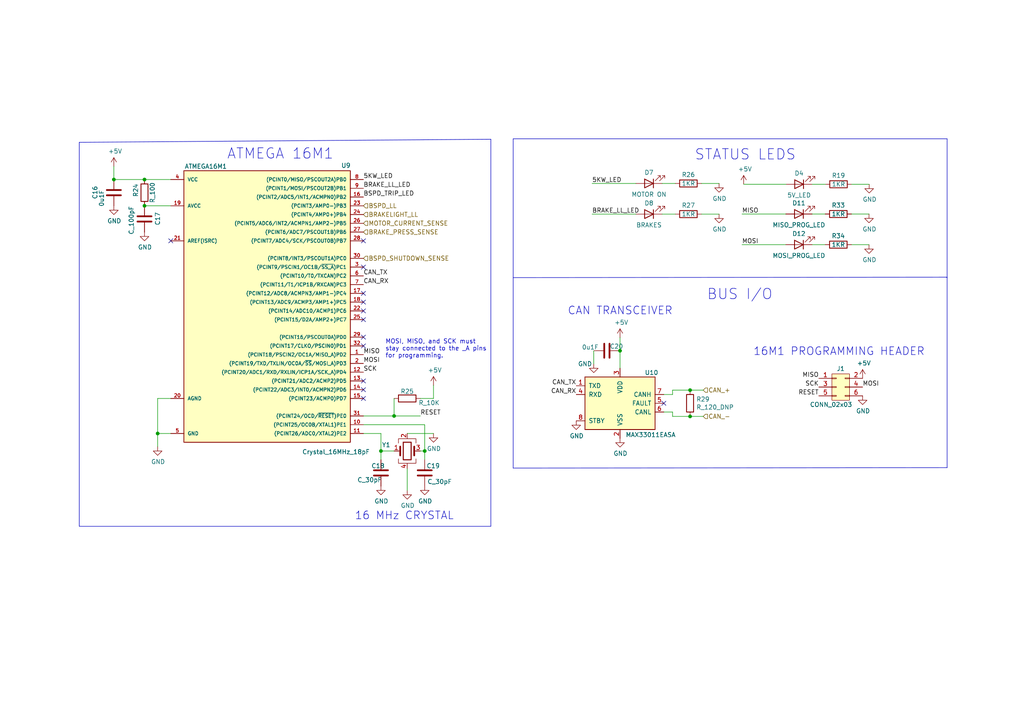
<source format=kicad_sch>
(kicad_sch (version 20230121) (generator eeschema)
  (paper "A4")
  (lib_symbols
    (symbol "OEM:0u1F" (pin_numbers hide) (pin_names (offset 0.254))
      (property "Reference" "C" (at 0.635 2.54 0))
      (property "Value" "0u1F" (at 0.635 -2.54 0))
      (symbol "0u1F_0_1"
        (polyline (pts (xy -2.032 -0.762) (xy 2.032 -0.762)) (stroke (width 0.508)))
        (polyline (pts (xy -2.032 0.762) (xy 2.032 0.762)) (stroke (width 0.508)))
      )
      (symbol "0u1F_1_1"
        (pin passive line (at 0 3.81 270) (length 2.794) (name "~") (number "1"))
        (pin passive line (at 0 -3.81 90) (length 2.794) (name "~") (number "2"))
      )
    )
    (symbol "OEM:100R" (pin_numbers hide) (pin_names (offset 0))
      (property "Reference" "R" (at 2.032 0 90))
      (property "Value" "100R" (at 0 0 90))
      (symbol "100R_0_1"
        (rectangle (start -1.016 -2.54) (end 1.016 2.54) (stroke (width 0.254)))
      )
      (symbol "100R_1_1"
        (pin passive line (at 0 3.81 270) (length 1.27) (name "~") (number "1"))
        (pin passive line (at 0 -3.81 90) (length 1.27) (name "~") (number "2"))
      )
    )
    (symbol "OEM:100pF" (pin_numbers hide) (pin_names (offset 0.254))
      (property "Reference" "C" (at 0.635 2.54 0))
      (property "Value" "100pF" (at 0.635 -2.54 0))
      (symbol "100pF_0_1"
        (polyline (pts (xy -2.032 -0.762) (xy 2.032 -0.762)) (stroke (width 0.508)))
        (polyline (pts (xy -2.032 0.762) (xy 2.032 0.762)) (stroke (width 0.508)))
      )
      (symbol "100pF_1_1"
        (pin passive line (at 0 3.81 270) (length 2.794) (name "~") (number "1"))
        (pin passive line (at 0 -3.81 90) (length 2.794) (name "~") (number "2"))
      )
    )
    (symbol "OEM:10KR" (pin_numbers hide) (pin_names (offset 0))
      (property "Reference" "R" (at 2.032 0 90))
      (property "Value" "10KR" (at 0 0 90))
      (symbol "10KR_0_1"
        (rectangle (start -1.016 -2.54) (end 1.016 2.54) (stroke (width 0.254)))
      )
      (symbol "10KR_1_1"
        (pin passive line (at 0 3.81 270) (length 1.27) (name "~") (number "1"))
        (pin passive line (at 0 -3.81 90) (length 1.27) (name "~") (number "2"))
      )
    )
    (symbol "OEM:120R_DNP" (pin_numbers hide) (pin_names (offset 0))
      (property "Reference" "R" (at 2.032 0 90))
      (property "Value" "120R_DNP" (at 0 0 90))
      (symbol "120R_DNP_0_1"
        (rectangle (start -1.016 -2.54) (end 1.016 2.54) (stroke (width 0.254)))
      )
      (symbol "120R_DNP_1_1"
        (pin passive line (at 0 3.81 270) (length 1.27) (name "~") (number "1"))
        (pin passive line (at 0 -3.81 90) (length 1.27) (name "~") (number "2"))
      )
    )
    (symbol "OEM:1KR" (pin_numbers hide) (pin_names (offset 0))
      (property "Reference" "R" (at 2.032 0 90))
      (property "Value" "1KR" (at 0 0 90))
      (symbol "1KR_0_1"
        (rectangle (start -1.016 -2.54) (end 1.016 2.54) (stroke (width 0.254)))
      )
      (symbol "1KR_1_1"
        (pin passive line (at 0 3.81 270) (length 1.27) (name "~") (number "1"))
        (pin passive line (at 0 -3.81 90) (length 1.27) (name "~") (number "2"))
      )
    )
    (symbol "OEM:30pF" (pin_numbers hide) (pin_names (offset 0.254))
      (property "Reference" "C" (at 0.635 2.54 0))
      (property "Value" "30pF" (at 0.635 -2.54 0))
      (symbol "30pF_0_1"
        (polyline (pts (xy -2.032 -0.762) (xy 2.032 -0.762)) (stroke (width 0.508)))
        (polyline (pts (xy -2.032 0.762) (xy 2.032 0.762)) (stroke (width 0.508)))
      )
      (symbol "30pF_1_1"
        (pin passive line (at 0 3.81 270) (length 2.794) (name "~") (number "1"))
        (pin passive line (at 0 -3.81 90) (length 2.794) (name "~") (number "2"))
      )
    )
    (symbol "OEM:ATMEGA16M1" (pin_names (offset 1.016))
      (property "Reference" "U" (at -24.13 46.482 0))
      (property "Value" "ATMEGA16M1" (at 12.7 -35.56 0))
      (symbol "ATMEGA16M1_0_1"
        (rectangle (start -24.13 45.72) (end 24.13 -33.02) (stroke (width 0.254)) (fill (type background)))
      )
      (symbol "ATMEGA16M1_1_1"
        (pin bidirectional line (at 27.94 -7.62 180) (length 3.81) (name "(PCINT18/PSCIN2/OC1A/MISO_A)PD2") (number "1"))
        (pin bidirectional line (at 27.94 -27.94 180) (length 3.81) (name "(PCINT25/OC0B/XTAL1)PE1") (number "10"))
        (pin bidirectional line (at 27.94 -30.48 180) (length 3.81) (name "(PCINT26/ADC0/XTAL2)PE2") (number "11"))
        (pin bidirectional line (at 27.94 -12.7 180) (length 3.81) (name "(PCINT20/ADC1/RXD/RXLIN/ICP1A/SCK_A)PD4") (number "12"))
        (pin bidirectional line (at 27.94 -15.24 180) (length 3.81) (name "(PCINT21/ADC2/ACMP2)PD5") (number "13"))
        (pin bidirectional line (at 27.94 -17.78 180) (length 3.81) (name "(PCINT22/ADC3/INT0/ACMPN2)PD6") (number "14"))
        (pin bidirectional line (at 27.94 -20.32 180) (length 3.81) (name "(PCINT23/ACMP0)PD7") (number "15"))
        (pin bidirectional line (at 27.94 38.1 180) (length 3.81) (name "(PCINT2/ADC5/INT1/ACMPN0)PB2") (number "16"))
        (pin bidirectional line (at 27.94 10.16 180) (length 3.81) (name "(PCINT12/ADC8/ACMPN3/AMP1-)PC4") (number "17"))
        (pin bidirectional line (at 27.94 7.62 180) (length 3.81) (name "(PCINT13/ADC9/ACMP3/AMP1+)PC5") (number "18"))
        (pin power_in line (at -27.94 35.56 0) (length 3.81) (name "AVCC") (number "19"))
        (pin bidirectional line (at 27.94 -10.16 180) (length 3.81) (name "(PCINT19/TXD/TXLIN/OC0A/~{SS}/MOSI_A)PD3") (number "2"))
        (pin power_in line (at -27.94 -20.32 0) (length 3.81) (name "AGND") (number "20"))
        (pin power_in line (at -27.94 25.4 0) (length 3.81) (name "AREF(ISRC)") (number "21"))
        (pin bidirectional line (at 27.94 5.08 180) (length 3.81) (name "(PCINT14/ADC10/ACMP1)PC6") (number "22"))
        (pin bidirectional line (at 27.94 35.56 180) (length 3.81) (name "(PCINT3/AMP0-)PB3") (number "23"))
        (pin bidirectional line (at 27.94 33.02 180) (length 3.81) (name "(PCINT4/AMP0+)PB4") (number "24"))
        (pin bidirectional line (at 27.94 2.54 180) (length 3.81) (name "(PCINT15/D2A/AMP2+)PC7") (number "25"))
        (pin bidirectional line (at 27.94 30.48 180) (length 3.81) (name "(PCINT5/ADC6/INT2/ACMPN1/AMP2-)PB5") (number "26"))
        (pin bidirectional line (at 27.94 27.94 180) (length 3.81) (name "(PCINT6/ADC7/PSCOUT1B)PB6") (number "27"))
        (pin bidirectional line (at 27.94 25.4 180) (length 3.81) (name "(PCINT7/ADC4/SCK/PSCOUT0B)PB7") (number "28"))
        (pin bidirectional line (at 27.94 -2.54 180) (length 3.81) (name "(PCINT16/PSCOUT0A)PD0") (number "29"))
        (pin bidirectional line (at 27.94 17.78 180) (length 3.81) (name "(PCINT9/PSCIN1/OC1B/~{SS_A})PC1") (number "3"))
        (pin bidirectional line (at 27.94 20.32 180) (length 3.81) (name "(PCINT8/INT3/PSCOUT1A)PC0") (number "30"))
        (pin bidirectional line (at 27.94 -25.4 180) (length 3.81) (name "(PCINT24/OCD/~{RESET})PE0") (number "31"))
        (pin bidirectional line (at 27.94 -5.08 180) (length 3.81) (name "(PCINT17/CLKO/PSCIN0)PD1") (number "32"))
        (pin power_in line (at -27.94 43.18 0) (length 3.81) (name "VCC") (number "4"))
        (pin power_in line (at -27.94 -30.48 0) (length 3.81) (name "GND") (number "5"))
        (pin bidirectional line (at 27.94 15.24 180) (length 3.81) (name "(PCINT10/T0/TXCAN)PC2") (number "6"))
        (pin bidirectional line (at 27.94 12.7 180) (length 3.81) (name "(PCINT11/T1/ICP1B/RXCAN)PC3") (number "7"))
        (pin bidirectional line (at 27.94 43.18 180) (length 3.81) (name "(PCINT0/MISO/PSCOUT2A)PB0") (number "8"))
        (pin bidirectional line (at 27.94 40.64 180) (length 3.81) (name "(PCINT1/MOSI/PSCOUT2B)PB1") (number "9"))
      )
    )
    (symbol "OEM:CONN_02x03" (pin_names (offset 0.0254) hide)
      (property "Reference" "J" (at 0 5.08 0))
      (property "Value" "CONN_02x03" (at 0 -5.08 0))
      (symbol "CONN_02x03_0_1"
        (rectangle (start -2.54 -2.413) (end -1.27 -2.667))
        (rectangle (start -2.54 0.127) (end -1.27 -0.127))
        (rectangle (start -2.54 2.667) (end -1.27 2.413))
        (rectangle (start -2.54 3.81) (end 2.54 -3.81) (fill (type background)))
        (rectangle (start 1.27 -2.413) (end 2.54 -2.667))
        (rectangle (start 1.27 0.127) (end 2.54 -0.127))
        (rectangle (start 1.27 2.667) (end 2.54 2.413))
      )
      (symbol "CONN_02x03_1_1"
        (pin passive line (at -6.35 2.54 0) (length 3.81) (name "P1") (number "1"))
        (pin passive line (at 6.35 2.54 180) (length 3.81) (name "P2") (number "2"))
        (pin passive line (at -6.35 0 0) (length 3.81) (name "P3") (number "3"))
        (pin passive line (at 6.35 0 180) (length 3.81) (name "P4") (number "4"))
        (pin passive line (at -6.35 -2.54 0) (length 3.81) (name "P5") (number "5"))
        (pin passive line (at 6.35 -2.54 180) (length 3.81) (name "P6") (number "6"))
      )
    )
    (symbol "OEM:Crystal_16MHz_18pF" (pin_names (offset 1.016) hide)
      (property "Reference" "Y" (at 3.175 5.08 0))
      (property "Value" "Crystal_16MHz_18pF" (at 3.175 3.175 0))
      (symbol "Crystal_16MHz_18pF_0_1"
        (rectangle (start -1.143 2.54) (end 1.143 -2.54) (stroke (width 0.3048)))
        (polyline (pts (xy -2.54 0) (xy -2.032 0)))
        (polyline (pts (xy -2.032 -1.27) (xy -2.032 1.27)) (stroke (width 0.508)))
        (polyline (pts (xy 0 -3.81) (xy 0 -3.556)))
        (polyline (pts (xy 0 3.556) (xy 0 3.81)))
        (polyline (pts (xy 2.032 -1.27) (xy 2.032 1.27)) (stroke (width 0.508)))
        (polyline (pts (xy 2.032 0) (xy 2.54 0)))
        (polyline (pts (xy -2.54 -2.286) (xy -2.54 -3.556) (xy 2.54 -3.556) (xy 2.54 -2.286)))
        (polyline (pts (xy -2.54 2.286) (xy -2.54 3.556) (xy 2.54 3.556) (xy 2.54 2.286)))
      )
      (symbol "Crystal_16MHz_18pF_1_1"
        (pin passive line (at -3.81 0 0) (length 1.27) (name "1") (number "1"))
        (pin passive line (at 0 5.08 270) (length 1.27) (name "2") (number "2"))
        (pin passive line (at 3.81 0 180) (length 1.27) (name "3") (number "3"))
        (pin passive line (at 0 -5.08 90) (length 1.27) (name "4") (number "4"))
      )
    )
    (symbol "OEM:LED_WHITE" (pin_numbers hide) (pin_names (offset 1.016) hide)
      (property "Reference" "D" (at 0 2.54 0))
      (property "Value" "LED_WHITE" (at 0 -2.54 0))
      (symbol "LED_WHITE_0_1"
        (polyline (pts (xy -1.27 -1.27) (xy -1.27 1.27)) (stroke (width 0.254)))
        (polyline (pts (xy -1.27 0) (xy 1.27 0)))
        (polyline (pts (xy 1.27 -1.27) (xy 1.27 1.27) (xy -1.27 0) (xy 1.27 -1.27)) (stroke (width 0.254)))
        (polyline (pts (xy -3.048 -0.762) (xy -4.572 -2.286) (xy -3.81 -2.286) (xy -4.572 -2.286) (xy -4.572 -1.524)))
        (polyline (pts (xy -1.778 -0.762) (xy -3.302 -2.286) (xy -2.54 -2.286) (xy -3.302 -2.286) (xy -3.302 -1.524)))
      )
      (symbol "LED_WHITE_1_1"
        (pin passive line (at -3.81 0 0) (length 2.54) (name "K") (number "1"))
        (pin passive line (at 3.81 0 180) (length 2.54) (name "A") (number "2"))
      )
    )
    (symbol "OEM:MAX33011EASA" (pin_names (offset 1.016))
      (property "Reference" "U" (at -10.16 8.89 0))
      (property "Value" "MAX33011EASA" (at 2.54 8.89 0))
      (symbol "MAX33011EASA_0_1"
        (rectangle (start -10.16 7.62) (end 10.16 -7.62) (stroke (width 0.254)) (fill (type background)))
      )
      (symbol "MAX33011EASA_1_1"
        (pin input line (at -12.7 5.08 0) (length 2.54) (name "TXD") (number "1"))
        (pin power_in line (at 0 -10.16 90) (length 2.54) (name "VSS") (number "2"))
        (pin power_in line (at 0 10.16 270) (length 2.54) (name "VDD") (number "3"))
        (pin output line (at -12.7 2.54 0) (length 2.54) (name "RXD") (number "4"))
        (pin passive line (at 12.7 0 180) (length 2.54) (name "FAULT") (number "5"))
        (pin bidirectional line (at 12.7 -2.54 180) (length 2.54) (name "CANL") (number "6"))
        (pin bidirectional line (at 12.7 2.54 180) (length 2.54) (name "CANH") (number "7"))
        (pin input line (at -12.7 -5.08 0) (length 2.54) (name "STBY") (number "8"))
      )
    )
    (symbol "power:+5V" (power) (pin_names (offset 0))
      (property "Value" "+5V" (at 0 3.556 0))
      (symbol "+5V_0_1"
        (polyline (pts (xy -0.762 1.27) (xy 0 2.54)))
        (polyline (pts (xy 0 0) (xy 0 2.54)))
        (polyline (pts (xy 0 2.54) (xy 0.762 1.27)))
      )
      (symbol "+5V_1_1"
        (pin power_in line (at 0 0 90) (length 0) hide (name "+5V") (number "1"))
      )
    )
    (symbol "power:GND" (power) (pin_names (offset 0))
      (property "Value" "GND" (at 0 -3.81 0))
      (symbol "GND_0_1"
        (polyline (pts (xy 0 0) (xy 0 -1.27) (xy 1.27 -1.27) (xy 0 -2.54) (xy -1.27 -1.27) (xy 0 -1.27)))
      )
      (symbol "GND_1_1"
        (pin power_in line (at 0 0 270) (length 0) hide (name "GND") (number "1"))
      )
    )
  )
  (junction (at 123.19 130.81))
  (junction (at 200.152 113.157))
  (junction (at 41.91 52.07))
  (junction (at 200.152 120.777))
  (junction (at 179.832 101.727))
  (junction (at 114.3 120.65))
  (junction (at 33.02 52.07))
  (junction (at 45.72 125.73))
  (junction (at 41.91 59.69))
  (junction (at 110.49 130.81))
  (no_connect (at 105.41 87.63))
  (no_connect (at 105.41 110.49))
  (no_connect (at 105.41 77.47))
  (no_connect (at 105.41 113.03))
  (no_connect (at 49.53 69.85))
  (no_connect (at 105.41 85.09))
  (no_connect (at 105.41 92.71))
  (no_connect (at 192.532 116.967))
  (no_connect (at 105.41 97.79))
  (no_connect (at 105.41 115.57))
  (no_connect (at 105.41 90.17))
  (no_connect (at 105.41 69.85))
  (no_connect (at 105.41 100.33))
  (wire (pts (xy 246.9642 62.0776) (xy 252.0442 62.0776)))
  (polyline (pts (xy 22.987 41.275) (xy 142.367 40.386)))
  (wire (pts (xy 246.9642 70.9676) (xy 252.0442 70.9676)))
  (wire (pts (xy 110.49 125.73) (xy 110.49 130.81)))
  (wire (pts (xy 171.7294 62.103) (xy 184.4294 62.103)))
  (wire (pts (xy 114.3 120.65) (xy 121.92 120.65)))
  (wire (pts (xy 33.02 52.07) (xy 41.91 52.07)))
  (wire (pts (xy 215.2142 70.9676) (xy 227.9142 70.9676)))
  (polyline (pts (xy 148.844 80.518) (xy 148.844 135.763)))
  (wire (pts (xy 247.015 53.4416) (xy 252.095 53.4416)))
  (polyline (pts (xy 148.844 40.259) (xy 274.701 40.259)))
  (wire (pts (xy 195.072 120.777) (xy 200.152 120.777)))
  (wire (pts (xy 171.7294 53.213) (xy 184.4294 53.213)))
  (wire (pts (xy 118.11 135.89) (xy 118.11 142.24)))
  (wire (pts (xy 110.49 130.81) (xy 110.49 133.35)))
  (wire (pts (xy 215.2142 62.0776) (xy 227.9142 62.0776)))
  (wire (pts (xy 215.6968 53.4416) (xy 227.965 53.4416)))
  (polyline (pts (xy 274.701 40.259) (xy 274.701 80.391)))
  (polyline (pts (xy 274.701 135.636) (xy 274.701 80.518)))
  (polyline (pts (xy 148.844 135.763) (xy 274.701 135.636)))
  (wire (pts (xy 45.72 129.54) (xy 45.72 125.73)))
  (wire (pts (xy 114.3 120.65) (xy 114.3 115.57)))
  (wire (pts (xy 121.92 115.57) (xy 125.73 115.57)))
  (wire (pts (xy 118.11 125.73) (xy 125.73 125.73)))
  (wire (pts (xy 105.41 120.65) (xy 114.3 120.65)))
  (polyline (pts (xy 142.367 40.386) (xy 142.367 152.654)))
  (wire (pts (xy 195.072 119.507) (xy 195.072 120.777)))
  (wire (pts (xy 235.5342 70.9676) (xy 239.3442 70.9676)))
  (wire (pts (xy 200.152 120.777) (xy 203.962 120.777)))
  (wire (pts (xy 235.5342 62.0776) (xy 239.3442 62.0776)))
  (wire (pts (xy 192.0494 62.103) (xy 195.8594 62.103)))
  (wire (pts (xy 49.53 125.73) (xy 45.72 125.73)))
  (wire (pts (xy 179.832 106.807) (xy 179.832 101.727)))
  (wire (pts (xy 121.92 130.81) (xy 123.19 130.81)))
  (wire (pts (xy 105.41 125.73) (xy 110.49 125.73)))
  (polyline (pts (xy 274.574 80.518) (xy 274.701 80.518)))
  (wire (pts (xy 41.91 52.07) (xy 49.53 52.07)))
  (wire (pts (xy 179.832 101.727) (xy 179.832 97.917)))
  (wire (pts (xy 195.072 113.157) (xy 200.152 113.157)))
  (wire (pts (xy 200.152 113.157) (xy 203.962 113.157)))
  (polyline (pts (xy 142.367 152.654) (xy 22.987 152.654)))
  (wire (pts (xy 123.19 123.19) (xy 123.19 130.81)))
  (wire (pts (xy 110.49 130.81) (xy 114.3 130.81)))
  (wire (pts (xy 192.532 119.507) (xy 195.072 119.507)))
  (wire (pts (xy 105.41 123.19) (xy 123.19 123.19)))
  (wire (pts (xy 125.73 115.57) (xy 125.73 111.76)))
  (wire (pts (xy 123.19 130.81) (xy 123.19 133.35)))
  (wire (pts (xy 45.72 125.73) (xy 45.72 115.57)))
  (wire (pts (xy 49.53 59.69) (xy 41.91 59.69)))
  (wire (pts (xy 195.072 114.427) (xy 195.072 113.157)))
  (wire (pts (xy 203.4794 53.213) (xy 208.5594 53.213)))
  (wire (pts (xy 192.532 114.427) (xy 195.072 114.427)))
  (wire (pts (xy 172.212 101.727) (xy 172.212 105.537)))
  (wire (pts (xy 33.02 48.26) (xy 33.02 52.07)))
  (polyline (pts (xy 148.844 80.518) (xy 148.844 40.259)))
  (polyline (pts (xy 22.987 41.275) (xy 22.987 152.654)))
  (wire (pts (xy 45.72 115.57) (xy 49.53 115.57)))
  (wire (pts (xy 192.0494 53.213) (xy 195.8594 53.213)))
  (polyline (pts (xy 274.701 80.391) (xy 148.844 80.518)))
  (wire (pts (xy 235.585 53.4416) (xy 239.395 53.4416)))
  (wire (pts (xy 203.4794 62.103) (xy 208.5594 62.103)))
  (text "16M1 PROGRAMMING HEADER\n" (at 218.44 103.378 0) (effects (font (size 2.2606 2.2606)) (justify left bottom)))
  (text "16 MHz CRYSTAL\n" (at 102.87 151.003 0) (effects (font (size 2.2606 2.2606)) (justify left bottom)))
  (text "BUS I/O" (at 204.978 87.249 0) (effects (font (size 3 3)) (justify left bottom)))
  (text "CAN TRANSCEIVER\n" (at 164.592 91.567 0) (effects (font (size 2.2606 2.2606)) (justify left bottom)))
  (text "ATMEGA 16M1\n" (at 65.786 46.482 0) (effects (font (size 3 3)) (justify left bottom)))
  (text "STATUS LEDS" (at 201.422 46.736 0) (effects (font (size 3 3)) (justify left bottom)))
  (text "MOSI, MISO, and SCK must\nstay connected to the _A pins\nfor programming." (at 111.76 104.013 0) (effects (font (size 1.27 1.27)) (justify left bottom)))
  (label "MOSI" (at 250.19 112.268 0))
  (label "5KW_LED" (at 171.7294 53.213 0))
  (label "RESET" (at 237.49 114.808 180))
  (label "MISO" (at 237.49 109.728 180))
  (label "BSPD_TRIP_LED" (at 105.41 57.15 0))
  (label "MISO" (at 215.2142 62.0776 0))
  (label "MISO" (at 105.41 102.87 0))
  (label "CAN_RX" (at 105.41 82.55 0))
  (label "CAN_TX" (at 105.41 80.01 0))
  (label "CAN_TX" (at 167.132 111.887 180))
  (label "BRAKE_LL_LED" (at 105.41 54.61 0))
  (label "RESET" (at 121.92 120.65 0))
  (label "SCK" (at 105.41 107.95 0))
  (label "CAN_RX" (at 167.132 114.427 180))
  (label "SCK" (at 237.49 112.268 180))
  (label "MOSI" (at 215.2142 70.9676 0))
  (label "BRAKE_LL_LED" (at 171.7294 62.103 0))
  (label "MOSI" (at 105.41 105.41 0))
  (label "5KW_LED" (at 105.41 52.07 0))
  (hierarchical_label "CAN_+" (shape input) (at 203.962 113.157 0))
  (hierarchical_label "CAN_-" (shape input) (at 203.962 120.777 0))
  (hierarchical_label "BRAKE_PRESS_SENSE" (shape input) (at 105.41 67.31 0))
  (hierarchical_label "MOTOR_CURRENT_SENSE" (shape input) (at 105.41 64.77 0))
  (hierarchical_label "BRAKELIGHT_LL" (shape input) (at 105.41 62.23 0))
  (hierarchical_label "BSPD_SHUTDOWN_SENSE" (shape input) (at 105.41 74.93 0))
  (hierarchical_label "BSPD_LL" (shape input) (at 105.41 59.69 0))
  (symbol (lib_id "power:GND") (at 33.02 59.69 0) (unit 1)
    (property "Reference" "#PWR?" (effects hide))
    (property "Value" "GND" (at 33.147 64.0842 0))
  )
  (symbol (lib_id "OEM:LED_WHITE") (at 231.7242 70.9676 180) (unit 1)
    (property "Reference" "D12" (at 231.7242 67.7926 0))
    (property "Value" "MOSI_PROG_LED" (at 231.7242 74.1426 0))
    (property "Footprint" "OEM:CHIPLED_0805" (effects hide))
    (property "Datasheet" "${OEM_DIR}/parts/datasheets/harvatek_B1701TW--20P000314U1930.pdf" (effects hide))
    (property "MFN" "Harvatek" (effects hide))
    (property "MPN" "B1701TW--20P000314U1930" (effects hide))
    (property "DKPN" "3147-B1701TW--20P000314U1930DKR-ND" (effects hide))
    (property "Package" "0805" (effects hide))
    (property "NewDesigns" "Yes" (effects hide))
    (property "Stocked" "Digi-Reel" (effects hide))
    (property "Style" "SMD" (effects hide))
  )
  (symbol (lib_id "power:GND") (at 110.49 140.97 0) (unit 1)
    (property "Reference" "#PWR?" (effects hide))
    (property "Value" "GND" (at 110.617 145.3642 0))
  )
  (symbol (lib_id "OEM:100pF") (at 41.91 63.5 0) (unit 1)
    (property "Reference" "C17" (at 45.72 65.405 90) (effects (justify left)))
    (property "Value" "C_100pF" (at 38.1 68.072 90) (effects (justify left)))
    (property "Footprint" "OEM:C_0603" (effects hide))
    (property "MFN" "Walsin Technology" (effects hide))
    (property "MPN" "0603N101F101CT" (effects hide))
    (property "DKPN" "1292-1472-6-ND" (effects hide))
    (property "NewDesigns" "YES" (effects hide))
    (property "Stocked" "Digi-Reel" (effects hide))
    (property "Package" "0603" (effects hide))
    (property "Style" "SMD" (effects hide))
  )
  (symbol (lib_id "OEM:CONN_02x03") (at 243.84 112.268 0) (unit 1)
    (property "Reference" "J1" (at 243.84 106.934 0))
    (property "Value" "CONN_02x03" (at 241.046 117.348 0))
    (property "Footprint" "footprints:Pin_Header_Straight_2x03" (effects hide))
    (property "Datasheet" "http://portal.fciconnect.com/Comergent//fci/drawing/67996.pdf" (effects hide))
    (property "MFN" "Ampehnol ICC" (effects hide))
    (property "MPN" "10129381-906002BLF" (effects hide))
    (property "DKPN" "10129381-906002BLF-ND" (effects hide))
    (property "NewDesigns" "YES" (effects hide))
    (property "Stocked" "Bulk" (effects hide))
    (property "Package" ".1\" pin header" (effects hide))
    (property "Style" "THT" (effects hide))
  )
  (symbol (lib_id "power:GND") (at 208.5594 53.213 0) (unit 1)
    (property "Reference" "#PWR?" (effects hide))
    (property "Value" "GND" (at 208.6864 57.6072 0))
  )
  (symbol (lib_id "OEM:LED_WHITE") (at 188.2394 62.103 180) (unit 1)
    (property "Reference" "D8" (at 188.2394 58.928 0))
    (property "Value" "BRAKES" (at 188.2394 65.278 0))
    (property "Footprint" "OEM:CHIPLED_0805" (effects hide))
    (property "Datasheet" "${OEM_DIR}/parts/datasheets/harvatek_B1701TW--20P000314U1930.pdf" (effects hide))
    (property "MFN" "Harvatek" (effects hide))
    (property "MPN" "B1701TW--20P000314U1930" (effects hide))
    (property "DKPN" "3147-B1701TW--20P000314U1930DKR-ND" (effects hide))
    (property "Package" "0805" (effects hide))
    (property "NewDesigns" "Yes" (effects hide))
    (property "Stocked" "Digi-Reel" (effects hide))
    (property "Style" "SMD" (effects hide))
  )
  (symbol (lib_id "OEM:MAX33011EASA") (at 179.832 116.967 0) (unit 1)
    (property "Reference" "U10" (at 188.976 108.077 0))
    (property "Value" "MAX33011EASA" (at 188.722 126.111 0))
    (property "Footprint" "footprints:SOIC-8_3.9x4.9mm_Pitch1.27mm_OEM" (effects hide))
    (property "MPN" "MAX33011EASA+" (effects hide))
    (property "MF" "Analog Devices (Maxim Integrated)" (effects hide))
    (property "DKPN" "175-MAX33011EASA+-ND" (effects hide))
    (property "NewDesigns" "YES" (effects hide))
    (property "Stocked" "Tape" (effects hide))
    (property "Package" "8-SOIC" (effects hide))
    (property "Style" "SMD" (effects hide))
    (property "AlternatePN" "MCP2561" (effects hide))
    (property "AlternatePN2" "TCAN1051HVD" (effects hide))
  )
  (symbol (lib_id "power:GND") (at 167.132 122.047 0) (unit 1)
    (property "Reference" "#PWR?" (effects hide))
    (property "Value" "GND" (at 167.259 126.4412 0))
  )
  (symbol (lib_id "OEM:ATMEGA16M1") (at 77.47 95.25 0) (unit 1)
    (property "Reference" "U9" (at 100.33 48.006 0))
    (property "Value" "ATMEGA16M1" (at 59.69 48.26 0))
    (property "Footprint" "footprints:TQFP-32_7x7mm_Pitch0.8mm" (effects hide))
    (property "MFN" "Microchip" (effects hide))
    (property "MPN" "ATMEGA16M1-AU" (effects hide))
    (property "DKPN" "SAMPLE" (effects hide))
    (property "NewDesigns" "YES" (effects hide))
    (property "Stocked" "No" (effects hide))
    (property "Package" "32-TQFP" (effects hide))
    (property "Style" "SMD" (effects hide))
  )
  (symbol (lib_id "OEM:0u1F") (at 176.022 101.727 270) (unit 1)
    (property "Reference" "C20" (at 178.816 100.457 90))
    (property "Value" "0u1F" (at 171.196 100.711 90))
    (property "Footprint" "OEM:C_0603" (effects hide))
    (property "Datasheet" "${OEM_DIR}/parts/datasheets/samsung_CL10B104KB8NNWC.pdf" (effects hide))
    (property "MFN" "Samsung Electro-Mechanics" (effects hide))
    (property "MPN" "CL10B104KB8NNWC" (effects hide))
    (property "DKPN" "1276-1935-2-ND" (effects hide))
    (property "Package" "0603" (effects hide))
    (property "Stocked" "Reel" (effects hide))
    (property "NewDesigns" "YES" (effects hide))
    (property "Style" "SMD" (effects hide))
  )
  (symbol (lib_id "power:+5V") (at 33.02 48.26 0) (unit 1)
    (property "Reference" "#PWR?" (effects hide))
    (property "Value" "+5V" (at 33.401 43.8658 0))
  )
  (symbol (lib_id "OEM:30pF") (at 123.19 137.16 0) (unit 1)
    (property "Reference" "C19" (at 123.698 135.128 0) (effects (justify left)))
    (property "Value" "C_30pF" (at 123.952 139.7 0) (effects (justify left)))
    (property "Footprint" "OEM:C_0603" (effects hide))
    (property "Datasheet" "https://www.seielect.com/Catalog/SEI-CML.PDF" (effects hide))
    (property "MFN" "Stackpole Electronics" (effects hide))
    (property "MPN" "CML0603C0G300JT50V" (effects hide))
    (property "DKPN" "738-CML0603C0G300JT50VDKR-ND" (effects hide))
    (property "NewDesigns" "YES" (effects hide))
    (property "Stocked" "Digi-Reel" (effects hide))
    (property "Package" "0603" (effects hide))
    (property "Style" "SMD" (effects hide))
  )
  (symbol (lib_id "OEM:0u1F") (at 33.02 55.88 0) (unit 1)
    (property "Reference" "C16" (at 27.559 57.785 90) (effects (justify left)))
    (property "Value" "0u1F" (at 29.464 59.944 90) (effects (justify left)))
    (property "Footprint" "OEM:C_0603" (effects hide))
    (property "Datasheet" "${OEM_DIR}/parts/datasheets/samsung_CL10B104KB8NNWC.pdf" (effects hide))
    (property "MFN" "Samsung Electro-Mechanics" (effects hide))
    (property "MPN" "CL10B104KB8NNWC" (effects hide))
    (property "DKPN" "1276-1935-2-ND" (effects hide))
    (property "Package" "0603" (effects hide))
    (property "Stocked" "Reel" (effects hide))
    (property "NewDesigns" "YES" (effects hide))
    (property "Style" "SMD" (effects hide))
  )
  (symbol (lib_id "power:GND") (at 118.11 142.24 0) (unit 1)
    (property "Reference" "#PWR?" (effects hide))
    (property "Value" "GND" (at 118.237 146.6342 0))
  )
  (symbol (lib_id "OEM:120R_DNP") (at 200.152 116.967 0) (unit 1)
    (property "Reference" "R29" (at 201.93 115.7986 0) (effects (justify left)))
    (property "Value" "R_120_DNP" (at 201.93 118.11 0) (effects (justify left)))
    (property "Footprint" "OEM:R_0603" (effects hide))
    (property "Datasheet" "https://www.yageo.com/upload/media/product/productsearch/datasheet/rchip/PYu-RC_Group_51_RoHS_L_12.pdf" (effects hide))
    (property "MFN" "Yageo" (effects hide))
    (property "MPN" "RC0603FR-13120RL" (effects hide))
    (property "DKPN" "13-RC0603FR-13120RLDKR-ND" (effects hide))
    (property "Package" "0603" (effects hide))
    (property "NewDesigns" "YES" (effects hide))
    (property "Stocked" "Digi-Reel" (effects hide))
    (property "Style" "SMD" (effects hide))
  )
  (symbol (lib_id "OEM:LED_WHITE") (at 231.775 53.4416 180) (unit 1)
    (property "Reference" "D4" (at 231.775 50.2666 0))
    (property "Value" "5V_LED" (at 231.775 56.6166 0))
    (property "Footprint" "OEM:CHIPLED_0805" (effects hide))
    (property "Datasheet" "${OEM_DIR}/parts/datasheets/harvatek_B1701TW--20P000314U1930.pdf" (effects hide))
    (property "MFN" "Harvatek" (effects hide))
    (property "MPN" "B1701TW--20P000314U1930" (effects hide))
    (property "DKPN" "3147-B1701TW--20P000314U1930DKR-ND" (effects hide))
    (property "Package" "0805" (effects hide))
    (property "NewDesigns" "Yes" (effects hide))
    (property "Stocked" "Digi-Reel" (effects hide))
    (property "Style" "SMD" (effects hide))
  )
  (symbol (lib_id "power:GND") (at 45.72 129.54 0) (unit 1)
    (property "Reference" "#PWR?" (effects hide))
    (property "Value" "GND" (at 45.847 133.9342 0))
  )
  (symbol (lib_id "power:GND") (at 252.095 53.4416 0) (unit 1)
    (property "Reference" "#PWR?" (effects hide))
    (property "Value" "GND" (at 252.222 57.8358 0))
  )
  (symbol (lib_id "power:GND") (at 250.19 114.808 0) (unit 1)
    (property "Reference" "#PWR?" (effects hide))
    (property "Value" "GND" (at 250.317 119.2022 0))
  )
  (symbol (lib_id "OEM:LED_WHITE") (at 231.7242 62.0776 180) (unit 1)
    (property "Reference" "D11" (at 231.7242 58.9026 0))
    (property "Value" "MISO_PROG_LED" (at 231.7242 65.2526 0))
    (property "Footprint" "OEM:CHIPLED_0805" (effects hide))
    (property "Datasheet" "${OEM_DIR}/parts/datasheets/harvatek_B1701TW--20P000314U1930.pdf" (effects hide))
    (property "MFN" "Harvatek" (effects hide))
    (property "MPN" "B1701TW--20P000314U1930" (effects hide))
    (property "DKPN" "3147-B1701TW--20P000314U1930DKR-ND" (effects hide))
    (property "Package" "0805" (effects hide))
    (property "NewDesigns" "Yes" (effects hide))
    (property "Stocked" "Digi-Reel" (effects hide))
    (property "Style" "SMD" (effects hide))
  )
  (symbol (lib_id "power:+5V") (at 250.19 109.728 0) (unit 1)
    (property "Reference" "#PWR?" (effects hide))
    (property "Value" "+5V" (at 250.571 105.3338 0))
  )
  (symbol (lib_id "OEM:1KR") (at 243.205 53.4416 90) (unit 1)
    (property "Reference" "R19" (at 243.205 50.9016 90))
    (property "Value" "1KR" (at 243.205 53.4416 90))
    (property "Footprint" "OEM:R_0603" (effects hide))
    (property "Datasheet" "${OEM_DIR}/parts/datasheets/stackpole_RMCF_RMCP.pdf" (effects hide))
    (property "MFN" "Stackpole Electronics" (effects hide))
    (property "MPN" "RMCF0603FT1K00" (effects hide))
    (property "DKPN" "RMCF0603FT1K00TR-ND" (effects hide))
    (property "NewDesigns" "YES" (effects hide))
    (property "Stocked" "Reel" (effects hide))
    (property "Package" "0603" (effects hide))
    (property "Style" "SMD" (effects hide))
  )
  (symbol (lib_id "power:GND") (at 252.0442 62.0776 0) (unit 1)
    (property "Reference" "#PWR?" (effects hide))
    (property "Value" "GND" (at 252.1712 66.4718 0))
  )
  (symbol (lib_id "OEM:100R") (at 41.91 55.88 0) (unit 1)
    (property "Reference" "R24" (at 39.37 57.15 90) (effects (justify left)))
    (property "Value" "R_100" (at 44.196 58.928 90) (effects (justify left)))
    (property "Footprint" "OEM:R_0603" (effects hide))
    (property "Datasheet" "${OEM_DIR}/parts/datasheets/stackpole_RMCF_RMCP.pdf" (effects hide))
    (property "MFN" "Stackpole Electronics" (effects hide))
    (property "MPN" "RMCF0603FT100R" (effects hide))
    (property "DKPN" "RMCF0603FT100RTR-ND" (effects hide))
    (property "NewDesigns" "YES" (effects hide))
    (property "Stocked" "Reel" (effects hide))
    (property "Package" "0603" (effects hide))
    (property "Style" "SMD" (effects hide))
  )
  (symbol (lib_id "OEM:10KR") (at 118.11 115.57 270) (unit 1)
    (property "Reference" "R25" (at 118.11 113.538 90))
    (property "Value" "R_10K" (at 124.46 116.84 90))
    (property "Footprint" "OEM:R_0603" (effects hide))
    (property "Datasheet" "${OEM_DIR}/parts/datasheets/stackpole_RMCF_RMCP.pdf" (effects hide))
    (property "MFN" "Stackpole Electronics" (effects hide))
    (property "MPN" "RMCF0603FT10K0" (effects hide))
    (property "DKPN" "RMCF0603FT10K0TR-ND" (effects hide))
    (property "Package" "0603" (effects hide))
    (property "NewDesigns" "YES" (effects hide))
    (property "Stocked" "Reel" (effects hide))
    (property "Style" "SMD" (effects hide))
  )
  (symbol (lib_id "power:GND") (at 252.0442 70.9676 0) (unit 1)
    (property "Reference" "#PWR?" (effects hide))
    (property "Value" "GND" (at 252.1712 75.3618 0))
  )
  (symbol (lib_id "OEM:1KR") (at 199.6694 62.103 90) (unit 1)
    (property "Reference" "R27" (at 199.6694 59.563 90))
    (property "Value" "1KR" (at 199.6694 62.103 90))
    (property "Footprint" "OEM:R_0603" (effects hide))
    (property "Datasheet" "${OEM_DIR}/parts/datasheets/stackpole_RMCF_RMCP.pdf" (effects hide))
    (property "MFN" "Stackpole Electronics" (effects hide))
    (property "MPN" "RMCF0603FT1K00" (effects hide))
    (property "DKPN" "RMCF0603FT1K00TR-ND" (effects hide))
    (property "NewDesigns" "YES" (effects hide))
    (property "Stocked" "Reel" (effects hide))
    (property "Package" "0603" (effects hide))
    (property "Style" "SMD" (effects hide))
  )
  (symbol (lib_id "OEM:Crystal_16MHz_18pF") (at 118.11 130.81 0) (unit 1)
    (property "Reference" "Y1" (at 110.744 129.032 0) (effects (justify left)))
    (property "Value" "Crystal_16MHz_18pF" (at 87.63 131.064 0) (effects (justify left)))
    (property "Footprint" "OEM:Crystal_TXC7M" (effects hide))
    (property "Datasheet" "http://txccrystal.com/images/pdf/7m.pdf" (effects hide))
    (property "MFN" "TXC" (effects hide))
    (property "MPN" "7M-16.000MAAJ-T" (effects hide))
    (property "DKPN" "887-1125-1-ND" (effects hide))
    (property "NewDesigns" "YES" (effects hide))
    (property "Stocked" "Tape" (effects hide))
    (property "Package" "Custom" (effects hide))
    (property "Style" "SMD" (effects hide))
  )
  (symbol (lib_id "OEM:1KR") (at 199.6694 53.213 90) (unit 1)
    (property "Reference" "R26" (at 199.6694 50.673 90))
    (property "Value" "1KR" (at 199.6694 53.213 90))
    (property "Footprint" "OEM:R_0603" (effects hide))
    (property "Datasheet" "${OEM_DIR}/parts/datasheets/stackpole_RMCF_RMCP.pdf" (effects hide))
    (property "MFN" "Stackpole Electronics" (effects hide))
    (property "MPN" "RMCF0603FT1K00" (effects hide))
    (property "DKPN" "RMCF0603FT1K00TR-ND" (effects hide))
    (property "NewDesigns" "YES" (effects hide))
    (property "Stocked" "Reel" (effects hide))
    (property "Package" "0603" (effects hide))
    (property "Style" "SMD" (effects hide))
  )
  (symbol (lib_id "power:+5V") (at 179.832 97.917 0) (unit 1)
    (property "Reference" "#PWR?" (effects hide))
    (property "Value" "+5V" (at 180.213 93.5228 0))
  )
  (symbol (lib_id "OEM:LED_WHITE") (at 188.2394 53.213 180) (unit 1)
    (property "Reference" "D7" (at 188.2394 50.038 0))
    (property "Value" "MOTOR ON" (at 188.2394 56.388 0))
    (property "Footprint" "OEM:CHIPLED_0805" (effects hide))
    (property "Datasheet" "${OEM_DIR}/parts/datasheets/harvatek_B1701TW--20P000314U1930.pdf" (effects hide))
    (property "MFN" "Harvatek" (effects hide))
    (property "MPN" "B1701TW--20P000314U1930" (effects hide))
    (property "DKPN" "3147-B1701TW--20P000314U1930DKR-ND" (effects hide))
    (property "Package" "0805" (effects hide))
    (property "NewDesigns" "Yes" (effects hide))
    (property "Stocked" "Digi-Reel" (effects hide))
    (property "Style" "SMD" (effects hide))
  )
  (symbol (lib_id "OEM:1KR") (at 243.1542 70.9676 90) (unit 1)
    (property "Reference" "R34" (at 243.1542 68.4276 90))
    (property "Value" "1KR" (at 243.1542 70.9676 90))
    (property "Footprint" "OEM:R_0603" (effects hide))
    (property "Datasheet" "${OEM_DIR}/parts/datasheets/stackpole_RMCF_RMCP.pdf" (effects hide))
    (property "MFN" "Stackpole Electronics" (effects hide))
    (property "MPN" "RMCF0603FT1K00" (effects hide))
    (property "DKPN" "RMCF0603FT1K00TR-ND" (effects hide))
    (property "NewDesigns" "YES" (effects hide))
    (property "Stocked" "Reel" (effects hide))
    (property "Package" "0603" (effects hide))
    (property "Style" "SMD" (effects hide))
  )
  (symbol (lib_id "power:GND") (at 179.832 127.127 0) (unit 1)
    (property "Reference" "#PWR?" (effects hide))
    (property "Value" "GND" (at 179.959 131.5212 0))
  )
  (symbol (lib_id "power:GND") (at 123.19 140.97 0) (unit 1)
    (property "Reference" "#PWR?" (effects hide))
    (property "Value" "GND" (at 123.317 145.3642 0))
  )
  (symbol (lib_id "OEM:30pF") (at 110.49 137.16 0) (unit 1)
    (property "Reference" "C18" (at 107.696 135.128 0) (effects (justify left)))
    (property "Value" "C_30pF" (at 103.632 139.192 0) (effects (justify left)))
    (property "Footprint" "OEM:C_0603" (effects hide))
    (property "Datasheet" "https://www.seielect.com/Catalog/SEI-CML.PDF" (effects hide))
    (property "MFN" "Stackpole Electronics" (effects hide))
    (property "MPN" "CML0603C0G300JT50V" (effects hide))
    (property "DKPN" "738-CML0603C0G300JT50VDKR-ND" (effects hide))
    (property "NewDesigns" "YES" (effects hide))
    (property "Stocked" "Digi-Reel" (effects hide))
    (property "Package" "0603" (effects hide))
    (property "Style" "SMD" (effects hide))
  )
  (symbol (lib_id "power:GND") (at 125.73 125.73 0) (unit 1)
    (property "Reference" "#PWR?" (effects hide))
    (property "Value" "GND" (at 125.857 130.1242 0))
  )
  (symbol (lib_id "power:GND") (at 41.91 67.31 0) (unit 1)
    (property "Reference" "#PWR?" (effects hide))
    (property "Value" "GND" (at 42.037 71.7042 0))
  )
  (symbol (lib_id "power:GND") (at 208.5594 62.103 0) (unit 1)
    (property "Reference" "#PWR?" (effects hide))
    (property "Value" "GND" (at 208.6864 66.4972 0))
  )
  (symbol (lib_id "power:+5V") (at 215.6968 53.4416 0) (unit 1)
    (property "Reference" "#PWR?" (effects hide))
    (property "Value" "+5V" (at 216.0778 49.0474 0))
  )
  (symbol (lib_id "power:GND") (at 172.212 105.537 0) (unit 1)
    (property "Reference" "#PWR?" (effects hide))
    (property "Value" "GND" (at 169.672 105.537 0))
  )
  (symbol (lib_id "power:+5V") (at 125.73 111.76 0) (unit 1)
    (property "Reference" "#PWR?" (effects hide))
    (property "Value" "+5V" (at 126.111 107.3658 0))
  )
  (symbol (lib_id "OEM:1KR") (at 243.1542 62.0776 90) (unit 1)
    (property "Reference" "R33" (at 243.1542 59.5376 90))
    (property "Value" "1KR" (at 243.1542 62.0776 90))
    (property "Footprint" "OEM:R_0603" (effects hide))
    (property "Datasheet" "${OEM_DIR}/parts/datasheets/stackpole_RMCF_RMCP.pdf" (effects hide))
    (property "MFN" "Stackpole Electronics" (effects hide))
    (property "MPN" "RMCF0603FT1K00" (effects hide))
    (property "DKPN" "RMCF0603FT1K00TR-ND" (effects hide))
    (property "NewDesigns" "YES" (effects hide))
    (property "Stocked" "Reel" (effects hide))
    (property "Package" "0603" (effects hide))
    (property "Style" "SMD" (effects hide))
  )
)
</source>
